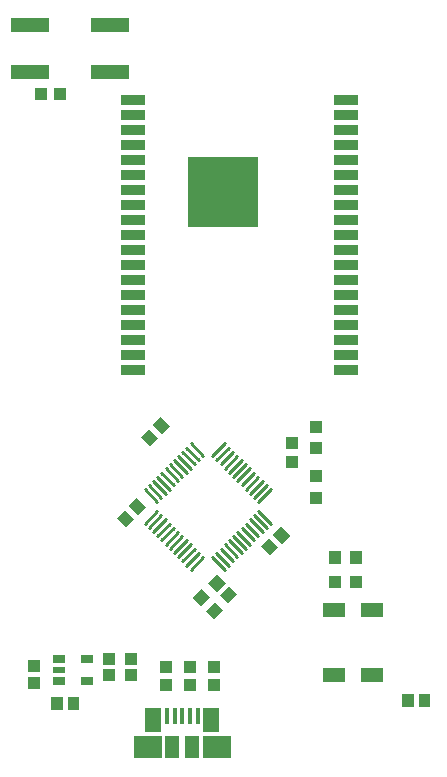
<source format=gtp>
G04 Layer: TopPasteMaskLayer*
G04 EasyEDA v6.4.20.6, 2021-08-18T22:46:37+02:00*
G04 e60a8e21afaf4db98b740634109285cb,0ed378226b2144edad32923a29bf2ba1,10*
G04 Gerber Generator version 0.2*
G04 Scale: 100 percent, Rotated: No, Reflected: No *
G04 Dimensions in millimeters *
G04 leading zeros omitted , absolute positions ,4 integer and 5 decimal *
%FSLAX45Y45*%
%MOMM*%

%ADD14C,0.2800*%
%ADD17R,1.1000X1.0000*%
%ADD18R,1.0000X1.1000*%
%ADD19R,1.9000X1.3000*%
%ADD20R,3.2004X1.1989*%
%ADD21R,0.4500X1.3800*%
%ADD22R,1.4750X2.1000*%
%ADD23R,2.3750X1.9000*%
%ADD24R,1.1750X1.9000*%
%ADD25R,2.0000X0.9000*%
%ADD26R,6.0000X6.0000*%
%ADD27R,1.0000X0.8000*%
%ADD28R,1.0000X0.6000*%

%LPD*%
D14*
X-697313Y94861D02*
G01*
X-804791Y-12616D01*
X-732696Y130218D02*
G01*
X-840173Y22740D01*
X-768027Y165574D02*
G01*
X-875504Y58097D01*
X-803409Y200931D02*
G01*
X-910887Y93454D01*
X-838741Y236288D02*
G01*
X-946218Y128811D01*
X-874097Y271645D02*
G01*
X-981575Y164167D01*
X-909454Y307002D02*
G01*
X-1016932Y199524D01*
X-944811Y342358D02*
G01*
X-1052288Y234881D01*
X-980168Y377690D02*
G01*
X-1087645Y270212D01*
X-1015525Y413072D02*
G01*
X-1123002Y305595D01*
X-1050881Y448403D02*
G01*
X-1158359Y340926D01*
X-1086238Y483786D02*
G01*
X-1193716Y376308D01*
X-1270083Y376308D02*
G01*
X-1377561Y483786D01*
X-1305440Y340926D02*
G01*
X-1412918Y448403D01*
X-1340797Y305595D02*
G01*
X-1448274Y413072D01*
X-1376154Y270212D02*
G01*
X-1483631Y377690D01*
X-1411511Y234881D02*
G01*
X-1518988Y342358D01*
X-1446867Y199524D02*
G01*
X-1554345Y307002D01*
X-1482224Y164167D02*
G01*
X-1589702Y271645D01*
X-1517581Y128811D02*
G01*
X-1625058Y236288D01*
X-1552938Y93454D02*
G01*
X-1660415Y200931D01*
X-1588295Y58097D02*
G01*
X-1695772Y165574D01*
X-1623626Y22740D02*
G01*
X-1731103Y130218D01*
X-1659008Y-12616D02*
G01*
X-1766486Y94861D01*
X-1659008Y-88983D02*
G01*
X-1766486Y-196461D01*
X-1623626Y-124340D02*
G01*
X-1731103Y-231818D01*
X-1588295Y-159697D02*
G01*
X-1695772Y-267174D01*
X-1552938Y-195054D02*
G01*
X-1660415Y-302531D01*
X-1517581Y-230411D02*
G01*
X-1625058Y-337888D01*
X-1482224Y-265767D02*
G01*
X-1589702Y-373245D01*
X-1446867Y-301124D02*
G01*
X-1554345Y-408602D01*
X-1411511Y-336481D02*
G01*
X-1518988Y-443958D01*
X-1376154Y-371838D02*
G01*
X-1483631Y-479315D01*
X-1340797Y-407195D02*
G01*
X-1448274Y-514672D01*
X-1305440Y-442526D02*
G01*
X-1412918Y-550003D01*
X-1270083Y-477908D02*
G01*
X-1377561Y-585386D01*
X-1086238Y-585386D02*
G01*
X-1193716Y-477908D01*
X-1050881Y-550003D02*
G01*
X-1158359Y-442526D01*
X-1015525Y-514672D02*
G01*
X-1123002Y-407195D01*
X-980168Y-479315D02*
G01*
X-1087645Y-371838D01*
X-944811Y-443958D02*
G01*
X-1052288Y-336481D01*
X-909454Y-408602D02*
G01*
X-1016932Y-301124D01*
X-874097Y-373245D02*
G01*
X-981575Y-265767D01*
X-838741Y-337888D02*
G01*
X-946218Y-230411D01*
X-803409Y-302531D02*
G01*
X-910887Y-195054D01*
X-768027Y-267174D02*
G01*
X-875504Y-159697D01*
X-732696Y-231818D02*
G01*
X-840173Y-124340D01*
X-697313Y-196461D02*
G01*
X-804791Y-88983D01*
D17*
G01*
X-1879600Y-1479702D03*
G01*
X-1879600Y-1339722D03*
G36*
X413390Y-1634101D02*
G01*
X513389Y-1634101D01*
X513389Y-1744101D01*
X413390Y-1744101D01*
G37*
G36*
X553389Y-1634101D02*
G01*
X653389Y-1634101D01*
X653389Y-1744101D01*
X553389Y-1744101D01*
G37*
G01*
X-2070100Y-1339697D03*
G01*
X-2070100Y-1479702D03*
G36*
X-784148Y-388868D02*
G01*
X-713440Y-318160D01*
X-635657Y-395940D01*
X-706368Y-466651D01*
G37*
G36*
X-685154Y-289874D02*
G01*
X-614443Y-219163D01*
X-536663Y-296946D01*
X-607372Y-367657D01*
G37*
G36*
X-2003348Y-147568D02*
G01*
X-1932640Y-76860D01*
X-1854857Y-154640D01*
X-1925568Y-225351D01*
G37*
G36*
X-1904354Y-48574D02*
G01*
X-1833643Y22136D01*
X-1755863Y-55646D01*
X-1826572Y-126357D01*
G37*
G36*
X-1058931Y-873048D02*
G01*
X-1129639Y-802340D01*
X-1051859Y-724557D01*
X-981148Y-795268D01*
G37*
G36*
X-1157925Y-774054D02*
G01*
X-1228636Y-703343D01*
X-1150853Y-625563D01*
X-1080142Y-696272D01*
G37*
G36*
X-1800148Y538231D02*
G01*
X-1729440Y608939D01*
X-1651657Y531159D01*
X-1722368Y460448D01*
G37*
G36*
X-1701154Y637225D02*
G01*
X-1630443Y707936D01*
X-1552663Y630153D01*
X-1623372Y559442D01*
G37*
G01*
X-520700Y486410D03*
G01*
X-520700Y326415D03*
G01*
X-1181100Y-1565909D03*
G01*
X-1181100Y-1405915D03*
G36*
X-203497Y-427598D02*
G01*
X-103497Y-427598D01*
X-103497Y-537601D01*
X-203497Y-537601D01*
G37*
G36*
X-23487Y-427598D02*
G01*
X76512Y-427598D01*
X76512Y-537601D01*
X-23487Y-537601D01*
G37*
D18*
G01*
X26492Y-685800D03*
G01*
X-153517Y-685800D03*
D17*
G01*
X-317500Y24307D03*
G01*
X-317500Y204317D03*
G01*
X-317500Y623392D03*
G01*
X-317500Y443382D03*
G01*
X-1587500Y-1565909D03*
G01*
X-1587500Y-1405915D03*
G01*
X-1384300Y-1565909D03*
G01*
X-1384300Y-1405915D03*
D19*
G01*
X-159994Y-927785D03*
G01*
X-159994Y-1477797D03*
G01*
X159994Y-1477797D03*
G01*
X159994Y-927785D03*
G36*
X-2558409Y-1659501D02*
G01*
X-2458410Y-1659501D01*
X-2458410Y-1769501D01*
X-2558409Y-1769501D01*
G37*
G36*
X-2418410Y-1659501D02*
G01*
X-2318410Y-1659501D01*
X-2318410Y-1769501D01*
X-2418410Y-1769501D01*
G37*
D20*
G01*
X-2059940Y3625748D03*
G01*
X-2740660Y3625748D03*
G01*
X-2740660Y4027068D03*
G01*
X-2059940Y4027068D03*
D21*
G01*
X-1577797Y-1822805D03*
G01*
X-1512798Y-1822805D03*
G01*
X-1447800Y-1822856D03*
G01*
X-1382801Y-1822805D03*
G01*
X-1317802Y-1822805D03*
D22*
G01*
X-1694053Y-1858797D03*
G01*
X-1201547Y-1858797D03*
D23*
G01*
X-1738807Y-2088794D03*
G01*
X-1156792Y-2088794D03*
D24*
G01*
X-1531797Y-2088794D03*
G01*
X-1363802Y-2088794D03*
D18*
G01*
X-2645410Y3445408D03*
G01*
X-2485415Y3445408D03*
G36*
X-1292009Y-893973D02*
G01*
X-1362720Y-823262D01*
X-1284937Y-745479D01*
X-1214226Y-816190D01*
G37*
G36*
X-1178872Y-1007109D02*
G01*
X-1249583Y-936398D01*
X-1171801Y-858616D01*
X-1101090Y-929327D01*
G37*
D25*
G01*
X-1865198Y3394608D03*
G01*
X-1865198Y3267608D03*
G01*
X-1865198Y3140608D03*
G01*
X-1865198Y3013608D03*
G01*
X-1865198Y2886608D03*
G01*
X-1865198Y2759608D03*
G01*
X-1865198Y2632608D03*
G01*
X-1865198Y2505608D03*
G01*
X-1865198Y2378608D03*
G01*
X-1865198Y2251608D03*
G01*
X-1865198Y2124608D03*
G01*
X-1865198Y1997608D03*
G01*
X-1865198Y1870608D03*
G01*
X-1865198Y1743608D03*
G01*
X-1865198Y1616608D03*
G01*
X-1865198Y1489608D03*
G01*
X-1865198Y1362608D03*
G01*
X-1865198Y1235608D03*
G01*
X-1865198Y1108608D03*
G01*
X-65201Y1108608D03*
G01*
X-65201Y1235608D03*
G01*
X-65201Y1362608D03*
G01*
X-65201Y1489608D03*
G01*
X-65201Y1616608D03*
G01*
X-65201Y1743608D03*
G01*
X-65201Y1870608D03*
G01*
X-65201Y1997608D03*
G01*
X-65201Y2124608D03*
G01*
X-65201Y2251608D03*
G01*
X-65201Y2378608D03*
G01*
X-65201Y2505608D03*
G01*
X-65201Y2632608D03*
G01*
X-65201Y2759608D03*
G01*
X-65201Y2886608D03*
G01*
X-65201Y3013608D03*
G01*
X-65201Y3140608D03*
G01*
X-65201Y3267608D03*
G01*
X-65201Y3394608D03*
D26*
G01*
X-1103198Y2615615D03*
D17*
G01*
X-2705100Y-1543202D03*
G01*
X-2705100Y-1403222D03*
D27*
G01*
X-2254910Y-1340103D03*
G01*
X-2254910Y-1530095D03*
G01*
X-2494889Y-1530095D03*
D28*
G01*
X-2494889Y-1435100D03*
D27*
G01*
X-2494889Y-1340103D03*
M02*

</source>
